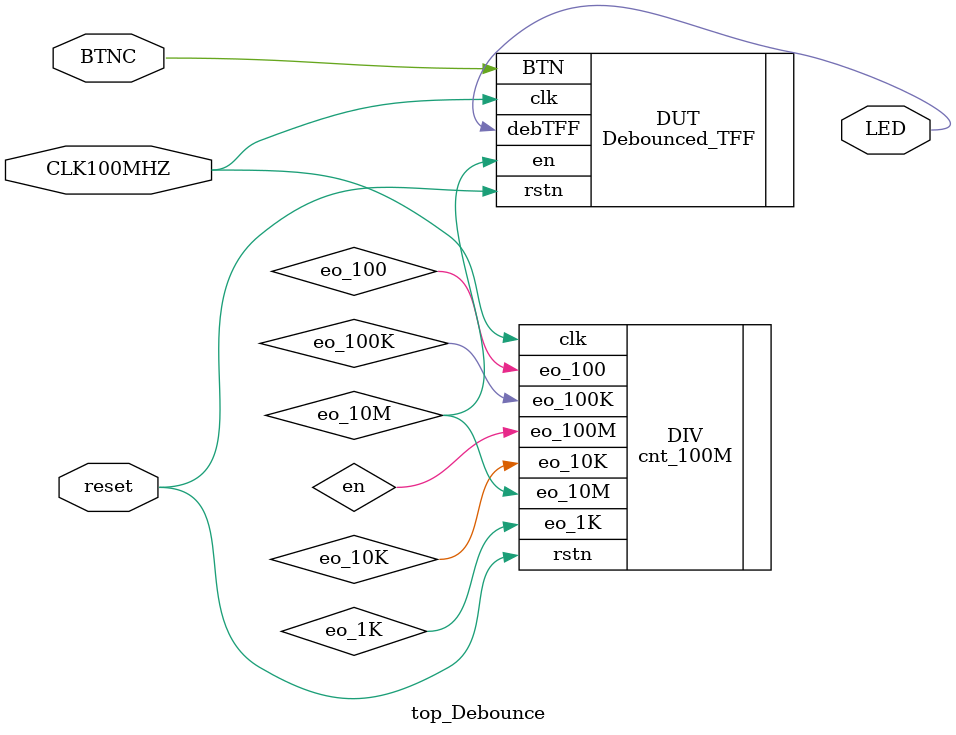
<source format=v>
`timescale 1ns / 1ps


module top_Debounce(
    input CLK100MHZ, reset, BTNC,
    output LED
);
    
    
    Debounced_TFF DUT ( 
        .clk(CLK100MHZ), .en(eo_10M), 
        .rstn(reset), .BTN(BTNC), .debTFF(LED) 
    );
        
    cnt_100M DIV (
        .clk(CLK100MHZ), .rstn(reset),
        .eo_100M(en), .eo_10M(eo_10M), .eo_100K(eo_100K), 
        .eo_10K(eo_10K), .eo_1K(eo_1K), .eo_100(eo_100) 
    );
    
    
    
endmodule

</source>
